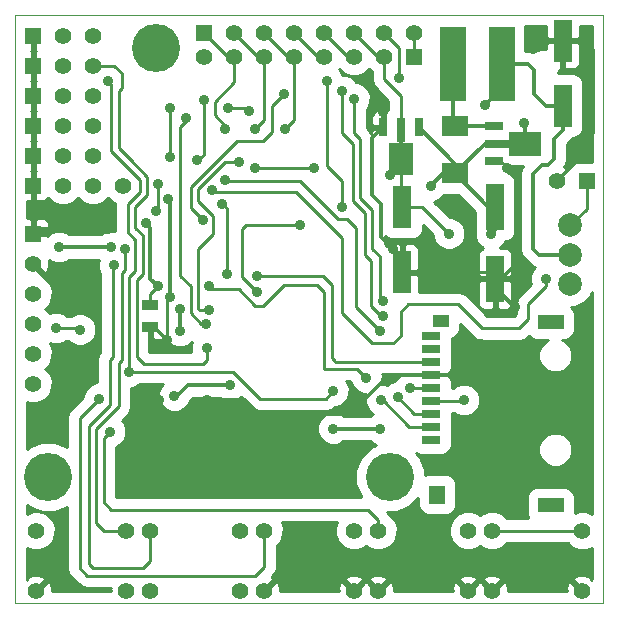
<source format=gbl>
G04 (created by PCBNEW (2013-07-07 BZR 4022)-stable) date 11/09/2014 22:00:22*
%MOIN*%
G04 Gerber Fmt 3.4, Leading zero omitted, Abs format*
%FSLAX34Y34*%
G01*
G70*
G90*
G04 APERTURE LIST*
%ADD10C,0.000787402*%
%ADD11C,0.00393701*%
%ADD12R,0.055X0.055*%
%ADD13C,0.055*%
%ADD14R,0.063X0.0276*%
%ADD15R,0.0827X0.0276*%
%ADD16R,0.1083X0.0787*%
%ADD17R,0.0276X0.063*%
%ADD18R,0.0276X0.0827*%
%ADD19R,0.0787X0.1083*%
%ADD20R,0.0629921X0.0275591*%
%ADD21R,0.0866142X0.0472441*%
%ADD22R,0.0551181X0.0433071*%
%ADD23R,0.0551181X0.0629921*%
%ADD24C,0.0787*%
%ADD25R,0.0866X0.0709*%
%ADD26R,0.063X0.1575*%
%ADD27R,0.063X0.1417*%
%ADD28R,0.0866X0.248*%
%ADD29R,0.055X0.035*%
%ADD30C,0.16*%
%ADD31C,0.035*%
%ADD32C,0.0125984*%
%ADD33C,0.01*%
G04 APERTURE END LIST*
G54D10*
G54D11*
X20000Y-36200D02*
X20000Y-16600D01*
X39600Y-36200D02*
X20000Y-36200D01*
X39600Y-16600D02*
X39600Y-36200D01*
X20000Y-16600D02*
X39600Y-16600D01*
G54D12*
X26300Y-17200D03*
G54D13*
X27300Y-17200D03*
X28300Y-17200D03*
X29300Y-17200D03*
X30300Y-17200D03*
X31300Y-17200D03*
X32300Y-17200D03*
X33300Y-17200D03*
X23700Y-33800D03*
X23700Y-35800D03*
X20700Y-33800D03*
X20700Y-35800D03*
X27500Y-33800D03*
X27500Y-35800D03*
X24500Y-33800D03*
X24500Y-35800D03*
X31300Y-33800D03*
X31300Y-35800D03*
X28300Y-33800D03*
X28300Y-35800D03*
X35100Y-33800D03*
X35100Y-35800D03*
X32100Y-33800D03*
X32100Y-35800D03*
X38900Y-33800D03*
X38900Y-35800D03*
X35900Y-33800D03*
X35900Y-35800D03*
G54D14*
X35952Y-21491D03*
G54D15*
X36050Y-20900D03*
G54D14*
X35952Y-20309D03*
G54D16*
X36995Y-20900D03*
G54D12*
X33300Y-18000D03*
G54D13*
X32300Y-18000D03*
X31300Y-18000D03*
X30300Y-18000D03*
X29300Y-18000D03*
X28300Y-18000D03*
X27300Y-18000D03*
X26300Y-18000D03*
G54D12*
X20600Y-23900D03*
G54D13*
X20600Y-24900D03*
X20600Y-25900D03*
X20600Y-26900D03*
X20600Y-27900D03*
X20600Y-28900D03*
G54D12*
X20600Y-18300D03*
G54D13*
X21600Y-18300D03*
X22600Y-18300D03*
G54D12*
X20600Y-21300D03*
G54D13*
X21600Y-21300D03*
X22600Y-21300D03*
G54D12*
X20600Y-20300D03*
G54D13*
X21600Y-20300D03*
X22600Y-20300D03*
G54D12*
X20600Y-19300D03*
G54D13*
X21600Y-19300D03*
X22600Y-19300D03*
G54D12*
X20600Y-17300D03*
G54D13*
X21600Y-17300D03*
X22600Y-17300D03*
G54D17*
X32259Y-20352D03*
G54D18*
X32850Y-20450D03*
G54D17*
X33441Y-20352D03*
G54D19*
X32850Y-21395D03*
G54D20*
X33866Y-29900D03*
X33866Y-30333D03*
X33866Y-30766D03*
X33866Y-29466D03*
X33866Y-29033D03*
X33866Y-28600D03*
X33866Y-28167D03*
X33866Y-27734D03*
X33866Y-27301D03*
G54D21*
X37842Y-26848D03*
X37842Y-32951D03*
G54D22*
X34181Y-26809D03*
G54D23*
X34062Y-32596D03*
G54D12*
X20600Y-22300D03*
G54D13*
X21600Y-22300D03*
X22600Y-22300D03*
X23600Y-22300D03*
G54D24*
X38500Y-25584D03*
X38500Y-24600D03*
X38500Y-23616D03*
G54D25*
X34650Y-20310D03*
X34650Y-21890D03*
G54D12*
X39050Y-22150D03*
G54D13*
X38050Y-22150D03*
G54D26*
X36000Y-22999D03*
X36000Y-25401D03*
G54D27*
X32900Y-23017D03*
X32900Y-25183D03*
X38250Y-19633D03*
X38250Y-17467D03*
G54D28*
X36207Y-18250D03*
X34593Y-18250D03*
G54D29*
X24500Y-26275D03*
X24500Y-27025D03*
G54D30*
X21100Y-32000D03*
X24700Y-17700D03*
X32500Y-32000D03*
G54D31*
X32500Y-21950D03*
X29950Y-21700D03*
X28000Y-21700D03*
X34950Y-29450D03*
X34450Y-23900D03*
X32150Y-30400D03*
X30600Y-30400D03*
X25300Y-29300D03*
X27150Y-28950D03*
X36950Y-20200D03*
X25500Y-27150D03*
X25500Y-26400D03*
X24350Y-23550D03*
X23200Y-24350D03*
X21450Y-24350D03*
X24750Y-25650D03*
X35850Y-23900D03*
X33850Y-22300D03*
X21350Y-27050D03*
X22150Y-27100D03*
X28000Y-20400D03*
X22800Y-29400D03*
X23100Y-18800D03*
X30600Y-29150D03*
X23800Y-28500D03*
X23150Y-30500D03*
X26400Y-27700D03*
X26350Y-26900D03*
X25700Y-20050D03*
X26050Y-21450D03*
X26300Y-19450D03*
X27000Y-22100D03*
X32200Y-29450D03*
X32150Y-27150D03*
X29000Y-20400D03*
X26450Y-26450D03*
X27450Y-21500D03*
X27000Y-20400D03*
X23650Y-24400D03*
X23300Y-24950D03*
X25150Y-19700D03*
X25150Y-21350D03*
X37700Y-25400D03*
X26550Y-22450D03*
X24750Y-22250D03*
X24700Y-23150D03*
X28050Y-25300D03*
X27050Y-25250D03*
X26900Y-22900D03*
X29500Y-23600D03*
X28050Y-25850D03*
X30900Y-23000D03*
X30400Y-18800D03*
X30900Y-19150D03*
X32250Y-26650D03*
X32750Y-29350D03*
X31700Y-28700D03*
X26450Y-25650D03*
X26250Y-23450D03*
X28950Y-19250D03*
X32250Y-26150D03*
X31300Y-19400D03*
X33150Y-29050D03*
X25150Y-26000D03*
X25100Y-22750D03*
X38950Y-18200D03*
X36400Y-21700D03*
X24800Y-29450D03*
X32600Y-24400D03*
X23100Y-23750D03*
X26400Y-29450D03*
X25050Y-27450D03*
X32250Y-19850D03*
X36600Y-28050D03*
X36650Y-26350D03*
X35650Y-19600D03*
X27800Y-19800D03*
X27100Y-19700D03*
X32800Y-18700D03*
G54D32*
X32850Y-20450D02*
X32850Y-21395D01*
G54D33*
X32850Y-21600D02*
X32850Y-21395D01*
X32500Y-21950D02*
X32850Y-21600D01*
X28000Y-21700D02*
X29950Y-21700D01*
X32900Y-23017D02*
X33567Y-23017D01*
X34933Y-29466D02*
X33866Y-29466D01*
X34950Y-29450D02*
X34933Y-29466D01*
X33567Y-23017D02*
X34450Y-23900D01*
X32850Y-21395D02*
X32850Y-22967D01*
X32850Y-22967D02*
X32900Y-23017D01*
X32850Y-20450D02*
X32850Y-19300D01*
X32300Y-18750D02*
X32300Y-18000D01*
X32850Y-19300D02*
X32300Y-18750D01*
X32300Y-18000D02*
X32100Y-18000D01*
X32100Y-18000D02*
X31300Y-17200D01*
G54D32*
X36050Y-20900D02*
X36995Y-20900D01*
X30600Y-30400D02*
X32150Y-30400D01*
X25400Y-29300D02*
X25300Y-29300D01*
X25750Y-28950D02*
X25400Y-29300D01*
X27150Y-28950D02*
X25750Y-28950D01*
G54D33*
X24500Y-26275D02*
X24500Y-25900D01*
X24500Y-25900D02*
X24750Y-25650D01*
G54D32*
X36995Y-20245D02*
X36995Y-20900D01*
X36950Y-20200D02*
X36995Y-20245D01*
X25500Y-26400D02*
X25500Y-27150D01*
X24750Y-25650D02*
X24500Y-25400D01*
X24500Y-25400D02*
X24500Y-23700D01*
X24500Y-23700D02*
X24350Y-23550D01*
X23200Y-24350D02*
X21450Y-24350D01*
G54D33*
X36000Y-23750D02*
X36000Y-22999D01*
X35850Y-23900D02*
X36000Y-23750D01*
G54D32*
X33850Y-22300D02*
X34260Y-21890D01*
X34260Y-21890D02*
X34650Y-21890D01*
X36000Y-22999D02*
X35759Y-22999D01*
X35759Y-22999D02*
X34650Y-21890D01*
X34650Y-21890D02*
X34650Y-21561D01*
X34650Y-21561D02*
X33441Y-20352D01*
X36050Y-20900D02*
X35640Y-20900D01*
X35640Y-20900D02*
X34650Y-21890D01*
G54D33*
X22100Y-27050D02*
X21350Y-27050D01*
X22150Y-27100D02*
X22100Y-27050D01*
X28300Y-18000D02*
X28300Y-20100D01*
X28300Y-20100D02*
X28000Y-20400D01*
X28300Y-18000D02*
X28100Y-18000D01*
X28100Y-18000D02*
X27300Y-17200D01*
X22150Y-35050D02*
X22400Y-35300D01*
X22150Y-30050D02*
X22150Y-35050D01*
X22800Y-29400D02*
X22150Y-30050D01*
X28300Y-33800D02*
X28300Y-35000D01*
X28300Y-35000D02*
X28000Y-35300D01*
X28000Y-35300D02*
X22400Y-35300D01*
X27525Y-28775D02*
X27250Y-28500D01*
X27525Y-28775D02*
X28150Y-29400D01*
X30350Y-29400D02*
X30600Y-29150D01*
X28150Y-29400D02*
X30350Y-29400D01*
X24000Y-24150D02*
X24000Y-24100D01*
X24000Y-24100D02*
X23750Y-23850D01*
X23750Y-22900D02*
X24150Y-22500D01*
X23750Y-23850D02*
X23750Y-22900D01*
X23450Y-21400D02*
X23200Y-21150D01*
X23200Y-18900D02*
X23100Y-18800D01*
X23200Y-21150D02*
X23200Y-18900D01*
X23800Y-28500D02*
X27250Y-28500D01*
X23800Y-25350D02*
X23800Y-28500D01*
X24000Y-25150D02*
X23800Y-25350D01*
X24000Y-24150D02*
X24000Y-25150D01*
X24150Y-22100D02*
X24150Y-22500D01*
X23450Y-21400D02*
X24150Y-22100D01*
X23150Y-30500D02*
X22950Y-30700D01*
X23200Y-33100D02*
X22950Y-32850D01*
X22950Y-30700D02*
X22950Y-32850D01*
X32100Y-33450D02*
X32100Y-33800D01*
X31750Y-33100D02*
X32100Y-33450D01*
X23200Y-33100D02*
X31750Y-33100D01*
X24250Y-24200D02*
X24250Y-23950D01*
X24000Y-23000D02*
X24400Y-22600D01*
X24000Y-23700D02*
X24000Y-23000D01*
X24250Y-23950D02*
X24000Y-23700D01*
X26250Y-28250D02*
X26200Y-28250D01*
X26400Y-28100D02*
X26250Y-28250D01*
X26400Y-27700D02*
X26400Y-28100D01*
X23850Y-21450D02*
X23450Y-21050D01*
X26200Y-28250D02*
X24300Y-28250D01*
X24300Y-28250D02*
X24050Y-28000D01*
X24050Y-28000D02*
X24050Y-25450D01*
X24050Y-25450D02*
X24250Y-25250D01*
X24250Y-25250D02*
X24250Y-24200D01*
X24400Y-22600D02*
X24400Y-22000D01*
X24400Y-22000D02*
X23850Y-21450D01*
X22600Y-18300D02*
X23100Y-18300D01*
X23450Y-21050D02*
X23450Y-19150D01*
X23450Y-19150D02*
X23550Y-19050D01*
X23550Y-19050D02*
X23550Y-18550D01*
X23550Y-18550D02*
X23300Y-18300D01*
X23300Y-18300D02*
X23100Y-18300D01*
X26350Y-26900D02*
X26200Y-26900D01*
X26200Y-26900D02*
X25850Y-26550D01*
X25700Y-20050D02*
X25700Y-20150D01*
X25500Y-25300D02*
X25850Y-25650D01*
X25500Y-23050D02*
X25500Y-25300D01*
X25500Y-22450D02*
X25500Y-23050D01*
X25500Y-20350D02*
X25500Y-22450D01*
X25700Y-20150D02*
X25500Y-20350D01*
X25850Y-26550D02*
X25850Y-25650D01*
X31050Y-23400D02*
X30750Y-23400D01*
X29499Y-22149D02*
X28998Y-22149D01*
X30750Y-23400D02*
X29499Y-22149D01*
X26050Y-21450D02*
X26075Y-21475D01*
X26300Y-21250D02*
X26300Y-19450D01*
X26075Y-21475D02*
X26300Y-21250D01*
X27049Y-22149D02*
X27000Y-22100D01*
X28998Y-22149D02*
X27049Y-22149D01*
X32150Y-27150D02*
X31750Y-26750D01*
X31750Y-26750D02*
X31350Y-26350D01*
X33866Y-30333D02*
X33133Y-30333D01*
X32250Y-29450D02*
X32200Y-29450D01*
X33133Y-30333D02*
X32250Y-29450D01*
X31350Y-23700D02*
X31050Y-23400D01*
X31350Y-26350D02*
X31350Y-23700D01*
X35900Y-33800D02*
X38900Y-33800D01*
X29300Y-18000D02*
X29300Y-20100D01*
X29300Y-20100D02*
X29000Y-20400D01*
X29300Y-18000D02*
X29100Y-18000D01*
X29100Y-18000D02*
X28300Y-17200D01*
X26600Y-23450D02*
X26600Y-23300D01*
X27000Y-21500D02*
X27450Y-21500D01*
X26100Y-22400D02*
X27000Y-21500D01*
X26100Y-22800D02*
X26100Y-22400D01*
X26600Y-23300D02*
X26100Y-22800D01*
X26600Y-23700D02*
X26600Y-23900D01*
X26600Y-23900D02*
X26100Y-24400D01*
X26600Y-23700D02*
X26600Y-23450D01*
X26600Y-23700D02*
X26600Y-23750D01*
X26450Y-26450D02*
X26150Y-26450D01*
X26100Y-26400D02*
X26100Y-24400D01*
X26150Y-26450D02*
X26100Y-26400D01*
X26600Y-23750D02*
X26600Y-23450D01*
X27300Y-18000D02*
X27300Y-18850D01*
X27300Y-18850D02*
X26650Y-19500D01*
X27000Y-20400D02*
X27000Y-20300D01*
X27000Y-20300D02*
X26650Y-19950D01*
X26650Y-19950D02*
X26650Y-19500D01*
X27300Y-18000D02*
X27100Y-18000D01*
X27100Y-18000D02*
X26300Y-17200D01*
X23450Y-28650D02*
X23450Y-29650D01*
X23450Y-29650D02*
X22700Y-30400D01*
X23450Y-28650D02*
X23450Y-28200D01*
X22700Y-33550D02*
X22950Y-33800D01*
X22700Y-30400D02*
X22700Y-33550D01*
X23550Y-25650D02*
X23550Y-25200D01*
X23450Y-28200D02*
X23550Y-28100D01*
X23550Y-28100D02*
X23550Y-25650D01*
X23700Y-33800D02*
X22950Y-33800D01*
X23550Y-25200D02*
X23650Y-25100D01*
X23650Y-25100D02*
X23650Y-24400D01*
X23250Y-28000D02*
X23150Y-28100D01*
X22450Y-34900D02*
X22600Y-35050D01*
X22450Y-30300D02*
X22450Y-34900D01*
X23150Y-29600D02*
X22450Y-30300D01*
X23150Y-28100D02*
X23150Y-29600D01*
X23250Y-25500D02*
X23250Y-25000D01*
X24500Y-34800D02*
X24250Y-35050D01*
X24500Y-33800D02*
X24500Y-34800D01*
X24250Y-35050D02*
X22600Y-35050D01*
X23250Y-28000D02*
X23250Y-25500D01*
X23250Y-25000D02*
X23300Y-24950D01*
X25150Y-21350D02*
X25150Y-19900D01*
X25150Y-19900D02*
X25150Y-19700D01*
X39050Y-22150D02*
X39050Y-23066D01*
X39050Y-23066D02*
X38500Y-23616D01*
X37700Y-25650D02*
X37700Y-25400D01*
X37100Y-26250D02*
X37700Y-25650D01*
X37100Y-26750D02*
X37100Y-26250D01*
X36800Y-27050D02*
X37100Y-26750D01*
X35550Y-27050D02*
X36800Y-27050D01*
X34750Y-26250D02*
X35550Y-27050D01*
X33100Y-26250D02*
X34750Y-26250D01*
X32850Y-26500D02*
X33100Y-26250D01*
X32850Y-27300D02*
X32850Y-26500D01*
X32600Y-27550D02*
X32850Y-27300D01*
X31900Y-27550D02*
X32600Y-27550D01*
X30900Y-26550D02*
X31900Y-27550D01*
X30900Y-24050D02*
X30900Y-26550D01*
X29350Y-22500D02*
X30900Y-24050D01*
X26600Y-22500D02*
X29350Y-22500D01*
X26550Y-22450D02*
X26600Y-22500D01*
X24750Y-23100D02*
X24750Y-22250D01*
X24700Y-23150D02*
X24750Y-23100D01*
X30650Y-28167D02*
X30650Y-28150D01*
X30250Y-25300D02*
X28050Y-25300D01*
X30550Y-25600D02*
X30250Y-25300D01*
X30550Y-28050D02*
X30550Y-25600D01*
X30650Y-28150D02*
X30550Y-28050D01*
X27050Y-23050D02*
X27050Y-25250D01*
X26900Y-22900D02*
X27050Y-23050D01*
X30650Y-28167D02*
X33866Y-28167D01*
X27700Y-23600D02*
X29500Y-23600D01*
X27550Y-23750D02*
X27700Y-23600D01*
X27550Y-25350D02*
X27550Y-23750D01*
X28050Y-25850D02*
X27550Y-25350D01*
X30400Y-21650D02*
X30400Y-21200D01*
X30900Y-22150D02*
X30400Y-21650D01*
X30900Y-23000D02*
X30900Y-22150D01*
X30400Y-21200D02*
X30400Y-18800D01*
X31850Y-24800D02*
X31650Y-24600D01*
X31250Y-22800D02*
X31250Y-20900D01*
X31650Y-23200D02*
X31250Y-22800D01*
X31650Y-24600D02*
X31650Y-23200D01*
X32250Y-26650D02*
X32200Y-26650D01*
X32200Y-26650D02*
X31850Y-26300D01*
X33866Y-29900D02*
X33300Y-29900D01*
X30900Y-20550D02*
X30900Y-19150D01*
X31250Y-20900D02*
X30900Y-20550D01*
X31850Y-26300D02*
X31850Y-24800D01*
X33300Y-29900D02*
X32750Y-29350D01*
X30300Y-18000D02*
X30100Y-18000D01*
X30100Y-18000D02*
X29300Y-17200D01*
X28000Y-26300D02*
X28250Y-26300D01*
X30300Y-28400D02*
X30400Y-28400D01*
X30300Y-25850D02*
X30300Y-28400D01*
X30050Y-25600D02*
X30300Y-25850D01*
X28950Y-25600D02*
X30050Y-25600D01*
X28250Y-26300D02*
X28950Y-25600D01*
X31700Y-28700D02*
X31400Y-28400D01*
X31400Y-28400D02*
X30400Y-28400D01*
X26550Y-25750D02*
X26450Y-25650D01*
X27450Y-25750D02*
X26550Y-25750D01*
X28000Y-26300D02*
X27450Y-25750D01*
X26250Y-23450D02*
X25850Y-23050D01*
X25850Y-22350D02*
X26250Y-21950D01*
X25850Y-23050D02*
X25850Y-22350D01*
X26250Y-21950D02*
X26350Y-21850D01*
X27400Y-20800D02*
X26350Y-21850D01*
X28250Y-20800D02*
X27400Y-20800D01*
X28550Y-20500D02*
X28250Y-20800D01*
X28550Y-19650D02*
X28550Y-20500D01*
X28950Y-19250D02*
X28550Y-19650D01*
X32150Y-24750D02*
X32150Y-24650D01*
X31500Y-22700D02*
X31500Y-20750D01*
X31900Y-23100D02*
X31500Y-22700D01*
X31900Y-24400D02*
X31900Y-23100D01*
X32150Y-24650D02*
X31900Y-24400D01*
X32150Y-25900D02*
X32150Y-26050D01*
X32150Y-26050D02*
X32250Y-26150D01*
X31300Y-19400D02*
X31300Y-20550D01*
X31300Y-20550D02*
X31500Y-20750D01*
X33166Y-29033D02*
X33866Y-29033D01*
X33150Y-29050D02*
X33166Y-29033D01*
X32150Y-24750D02*
X32150Y-25900D01*
X31300Y-18000D02*
X31100Y-18000D01*
X31100Y-18000D02*
X30300Y-17200D01*
G54D32*
X32259Y-20352D02*
X32248Y-20352D01*
X32200Y-24000D02*
X32600Y-24400D01*
X32200Y-22900D02*
X32200Y-24000D01*
X31900Y-22600D02*
X32200Y-22900D01*
X31900Y-20700D02*
X31900Y-22600D01*
X32248Y-20352D02*
X31900Y-20700D01*
X25150Y-26000D02*
X25150Y-22800D01*
X25150Y-22800D02*
X25100Y-22750D01*
G54D33*
X25050Y-27450D02*
X25050Y-26100D01*
X25050Y-26100D02*
X25150Y-26000D01*
X24500Y-27025D02*
X24625Y-27025D01*
X24625Y-27025D02*
X25050Y-27450D01*
G54D32*
X38950Y-18200D02*
X39000Y-18150D01*
X39000Y-18150D02*
X39250Y-18150D01*
X38700Y-21100D02*
X38700Y-21500D01*
X39250Y-20550D02*
X39250Y-18150D01*
X38700Y-21100D02*
X39250Y-20550D01*
X38700Y-21500D02*
X38050Y-22150D01*
G54D33*
X38250Y-17467D02*
X38967Y-17467D01*
X39250Y-17750D02*
X38967Y-17467D01*
X39250Y-18150D02*
X39250Y-17750D01*
G54D32*
X26400Y-29450D02*
X27650Y-29450D01*
X27650Y-29450D02*
X28100Y-29900D01*
X28100Y-29900D02*
X31150Y-29900D01*
X31150Y-29900D02*
X32449Y-28600D01*
X32449Y-28600D02*
X33866Y-28600D01*
X24800Y-29450D02*
X24800Y-29750D01*
X24800Y-29750D02*
X25000Y-29950D01*
X25000Y-29950D02*
X25900Y-29950D01*
X25900Y-29950D02*
X26400Y-29450D01*
X32900Y-24700D02*
X32900Y-25183D01*
X32600Y-24400D02*
X32900Y-24700D01*
X20750Y-23750D02*
X20600Y-23900D01*
X23100Y-23750D02*
X20750Y-23750D01*
X36400Y-21700D02*
X36700Y-22000D01*
X36199Y-25401D02*
X36000Y-25401D01*
X36700Y-24900D02*
X36199Y-25401D01*
X36700Y-22000D02*
X36700Y-24900D01*
G54D33*
X36191Y-21491D02*
X35952Y-21491D01*
X36400Y-21700D02*
X36191Y-21491D01*
X32259Y-19859D02*
X32259Y-20352D01*
X32250Y-19850D02*
X32259Y-19859D01*
G54D32*
X33866Y-28600D02*
X36049Y-28600D01*
X36049Y-28600D02*
X36600Y-28050D01*
X36000Y-25700D02*
X36000Y-25401D01*
X36650Y-26350D02*
X36000Y-25700D01*
G54D33*
X33300Y-18000D02*
X33300Y-17200D01*
X32900Y-25183D02*
X35782Y-25183D01*
X35782Y-25183D02*
X36000Y-25401D01*
G54D32*
X36207Y-19043D02*
X36207Y-18250D01*
X35650Y-19600D02*
X36207Y-19043D01*
X37950Y-21350D02*
X37950Y-21400D01*
X38250Y-20450D02*
X37950Y-20750D01*
X38250Y-19633D02*
X38250Y-20450D01*
X37250Y-24400D02*
X37450Y-24600D01*
X37250Y-22350D02*
X37250Y-24400D01*
X37850Y-24600D02*
X38500Y-24600D01*
X37450Y-24600D02*
X37850Y-24600D01*
X37950Y-20750D02*
X37950Y-21350D01*
X37950Y-21400D02*
X37750Y-21600D01*
X37750Y-21600D02*
X37550Y-21600D01*
X37550Y-21600D02*
X37250Y-21900D01*
X37250Y-21900D02*
X37250Y-22350D01*
X38250Y-19633D02*
X37683Y-19633D01*
X37100Y-18250D02*
X36207Y-18250D01*
X37300Y-18450D02*
X37100Y-18250D01*
X37300Y-19250D02*
X37300Y-18450D01*
X37683Y-19633D02*
X37300Y-19250D01*
G54D33*
X32300Y-17200D02*
X32800Y-17700D01*
X27800Y-19800D02*
X27700Y-19700D01*
X27700Y-19700D02*
X27100Y-19700D01*
X32800Y-17700D02*
X32800Y-18700D01*
G54D32*
X34650Y-20310D02*
X35951Y-20310D01*
X35951Y-20310D02*
X35952Y-20309D01*
X34593Y-18250D02*
X34593Y-20253D01*
X34593Y-20253D02*
X34650Y-20310D01*
G54D10*
G36*
X22835Y-27838D02*
X22766Y-27941D01*
X22735Y-28100D01*
X22735Y-28100D01*
X22735Y-28859D01*
X22693Y-28859D01*
X22494Y-28941D01*
X22342Y-29093D01*
X22260Y-29292D01*
X22260Y-29353D01*
X21856Y-29756D01*
X21766Y-29891D01*
X21735Y-30050D01*
X21735Y-30050D01*
X21735Y-31002D01*
X21332Y-30835D01*
X20869Y-30834D01*
X20440Y-31011D01*
X20384Y-31068D01*
X20384Y-29503D01*
X20472Y-29539D01*
X20726Y-29540D01*
X20962Y-29442D01*
X21142Y-29262D01*
X21239Y-29027D01*
X21240Y-28773D01*
X21142Y-28537D01*
X21005Y-28399D01*
X21142Y-28262D01*
X21239Y-28027D01*
X21240Y-27773D01*
X21148Y-27550D01*
X21242Y-27589D01*
X21456Y-27590D01*
X21655Y-27508D01*
X21698Y-27464D01*
X21751Y-27464D01*
X21843Y-27557D01*
X22042Y-27639D01*
X22256Y-27640D01*
X22455Y-27558D01*
X22607Y-27406D01*
X22689Y-27207D01*
X22690Y-26993D01*
X22608Y-26794D01*
X22456Y-26642D01*
X22257Y-26560D01*
X22043Y-26559D01*
X21861Y-26635D01*
X21698Y-26635D01*
X21656Y-26592D01*
X21457Y-26510D01*
X21243Y-26509D01*
X21147Y-26549D01*
X21142Y-26537D01*
X21005Y-26399D01*
X21142Y-26262D01*
X21239Y-26027D01*
X21240Y-25773D01*
X21142Y-25537D01*
X20962Y-25357D01*
X20882Y-25324D01*
X20897Y-25267D01*
X20600Y-24970D01*
X20594Y-24976D01*
X20523Y-24905D01*
X20529Y-24900D01*
X20523Y-24894D01*
X20594Y-24823D01*
X20600Y-24829D01*
X20605Y-24823D01*
X20676Y-24894D01*
X20670Y-24900D01*
X20967Y-25197D01*
X21060Y-25172D01*
X21129Y-24975D01*
X21119Y-24783D01*
X21143Y-24807D01*
X21342Y-24889D01*
X21556Y-24890D01*
X21755Y-24808D01*
X21785Y-24777D01*
X22786Y-24777D01*
X22760Y-24842D01*
X22759Y-25056D01*
X22835Y-25238D01*
X22835Y-25500D01*
X22835Y-27838D01*
X22835Y-27838D01*
G37*
G54D33*
X22835Y-27838D02*
X22766Y-27941D01*
X22735Y-28100D01*
X22735Y-28100D01*
X22735Y-28859D01*
X22693Y-28859D01*
X22494Y-28941D01*
X22342Y-29093D01*
X22260Y-29292D01*
X22260Y-29353D01*
X21856Y-29756D01*
X21766Y-29891D01*
X21735Y-30050D01*
X21735Y-30050D01*
X21735Y-31002D01*
X21332Y-30835D01*
X20869Y-30834D01*
X20440Y-31011D01*
X20384Y-31068D01*
X20384Y-29503D01*
X20472Y-29539D01*
X20726Y-29540D01*
X20962Y-29442D01*
X21142Y-29262D01*
X21239Y-29027D01*
X21240Y-28773D01*
X21142Y-28537D01*
X21005Y-28399D01*
X21142Y-28262D01*
X21239Y-28027D01*
X21240Y-27773D01*
X21148Y-27550D01*
X21242Y-27589D01*
X21456Y-27590D01*
X21655Y-27508D01*
X21698Y-27464D01*
X21751Y-27464D01*
X21843Y-27557D01*
X22042Y-27639D01*
X22256Y-27640D01*
X22455Y-27558D01*
X22607Y-27406D01*
X22689Y-27207D01*
X22690Y-26993D01*
X22608Y-26794D01*
X22456Y-26642D01*
X22257Y-26560D01*
X22043Y-26559D01*
X21861Y-26635D01*
X21698Y-26635D01*
X21656Y-26592D01*
X21457Y-26510D01*
X21243Y-26509D01*
X21147Y-26549D01*
X21142Y-26537D01*
X21005Y-26399D01*
X21142Y-26262D01*
X21239Y-26027D01*
X21240Y-25773D01*
X21142Y-25537D01*
X20962Y-25357D01*
X20882Y-25324D01*
X20897Y-25267D01*
X20600Y-24970D01*
X20594Y-24976D01*
X20523Y-24905D01*
X20529Y-24900D01*
X20523Y-24894D01*
X20594Y-24823D01*
X20600Y-24829D01*
X20605Y-24823D01*
X20676Y-24894D01*
X20670Y-24900D01*
X20967Y-25197D01*
X21060Y-25172D01*
X21129Y-24975D01*
X21119Y-24783D01*
X21143Y-24807D01*
X21342Y-24889D01*
X21556Y-24890D01*
X21755Y-24808D01*
X21785Y-24777D01*
X22786Y-24777D01*
X22760Y-24842D01*
X22759Y-25056D01*
X22835Y-25238D01*
X22835Y-25500D01*
X22835Y-27838D01*
G54D10*
G36*
X23175Y-35815D02*
X21226Y-35815D01*
X21218Y-35667D01*
X21160Y-35527D01*
X21067Y-35502D01*
X20997Y-35573D01*
X20770Y-35800D01*
X20776Y-35805D01*
X20766Y-35815D01*
X20633Y-35815D01*
X20623Y-35805D01*
X20629Y-35800D01*
X20623Y-35794D01*
X20694Y-35723D01*
X20700Y-35729D01*
X20997Y-35432D01*
X20972Y-35339D01*
X20775Y-35270D01*
X20567Y-35281D01*
X20427Y-35339D01*
X20402Y-35432D01*
X20384Y-35413D01*
X20384Y-34361D01*
X20572Y-34439D01*
X20826Y-34440D01*
X21062Y-34342D01*
X21242Y-34162D01*
X21339Y-33927D01*
X21340Y-33673D01*
X21242Y-33437D01*
X21062Y-33257D01*
X20827Y-33160D01*
X20573Y-33159D01*
X20384Y-33237D01*
X20384Y-32932D01*
X20439Y-32987D01*
X20867Y-33164D01*
X21330Y-33165D01*
X21735Y-32998D01*
X21735Y-35049D01*
X21735Y-35050D01*
X21766Y-35208D01*
X21856Y-35343D01*
X22106Y-35593D01*
X22106Y-35593D01*
X22241Y-35683D01*
X22241Y-35683D01*
X22400Y-35714D01*
X23173Y-35714D01*
X23170Y-35724D01*
X23175Y-35815D01*
X23175Y-35815D01*
G37*
G54D33*
X23175Y-35815D02*
X21226Y-35815D01*
X21218Y-35667D01*
X21160Y-35527D01*
X21067Y-35502D01*
X20997Y-35573D01*
X20770Y-35800D01*
X20776Y-35805D01*
X20766Y-35815D01*
X20633Y-35815D01*
X20623Y-35805D01*
X20629Y-35800D01*
X20623Y-35794D01*
X20694Y-35723D01*
X20700Y-35729D01*
X20997Y-35432D01*
X20972Y-35339D01*
X20775Y-35270D01*
X20567Y-35281D01*
X20427Y-35339D01*
X20402Y-35432D01*
X20384Y-35413D01*
X20384Y-34361D01*
X20572Y-34439D01*
X20826Y-34440D01*
X21062Y-34342D01*
X21242Y-34162D01*
X21339Y-33927D01*
X21340Y-33673D01*
X21242Y-33437D01*
X21062Y-33257D01*
X20827Y-33160D01*
X20573Y-33159D01*
X20384Y-33237D01*
X20384Y-32932D01*
X20439Y-32987D01*
X20867Y-33164D01*
X21330Y-33165D01*
X21735Y-32998D01*
X21735Y-35049D01*
X21735Y-35050D01*
X21766Y-35208D01*
X21856Y-35343D01*
X22106Y-35593D01*
X22106Y-35593D01*
X22241Y-35683D01*
X22241Y-35683D01*
X22400Y-35714D01*
X23173Y-35714D01*
X23170Y-35724D01*
X23175Y-35815D01*
G54D10*
G36*
X23338Y-22884D02*
X23335Y-22900D01*
X23335Y-22900D01*
X23335Y-23821D01*
X23307Y-23810D01*
X23093Y-23809D01*
X22894Y-23891D01*
X22864Y-23922D01*
X21785Y-23922D01*
X21756Y-23892D01*
X21557Y-23810D01*
X21343Y-23809D01*
X21144Y-23891D01*
X21125Y-23911D01*
X21125Y-23575D01*
X21087Y-23483D01*
X21016Y-23413D01*
X20924Y-23375D01*
X20825Y-23374D01*
X20712Y-23375D01*
X20650Y-23437D01*
X20650Y-23850D01*
X21062Y-23850D01*
X21125Y-23787D01*
X21125Y-23575D01*
X21125Y-23911D01*
X21074Y-23961D01*
X21062Y-23950D01*
X20650Y-23950D01*
X20650Y-23957D01*
X20550Y-23957D01*
X20550Y-23950D01*
X20542Y-23950D01*
X20542Y-23850D01*
X20550Y-23850D01*
X20550Y-23437D01*
X20487Y-23375D01*
X20384Y-23374D01*
X20384Y-22825D01*
X20487Y-22825D01*
X20550Y-22762D01*
X20550Y-22350D01*
X20542Y-22350D01*
X20542Y-22250D01*
X20550Y-22250D01*
X20550Y-21837D01*
X20512Y-21800D01*
X20550Y-21762D01*
X20550Y-21350D01*
X20542Y-21350D01*
X20542Y-21250D01*
X20550Y-21250D01*
X20550Y-20837D01*
X20512Y-20800D01*
X20550Y-20762D01*
X20550Y-20350D01*
X20542Y-20350D01*
X20542Y-20250D01*
X20550Y-20250D01*
X20550Y-19837D01*
X20512Y-19800D01*
X20550Y-19762D01*
X20550Y-19350D01*
X20542Y-19350D01*
X20542Y-19250D01*
X20550Y-19250D01*
X20550Y-18837D01*
X20512Y-18800D01*
X20550Y-18762D01*
X20550Y-18350D01*
X20542Y-18350D01*
X20542Y-18250D01*
X20550Y-18250D01*
X20550Y-17837D01*
X20512Y-17800D01*
X20550Y-17762D01*
X20550Y-17350D01*
X20542Y-17350D01*
X20542Y-17250D01*
X20550Y-17250D01*
X20550Y-17242D01*
X20650Y-17242D01*
X20650Y-17250D01*
X20657Y-17250D01*
X20657Y-17350D01*
X20650Y-17350D01*
X20650Y-17762D01*
X20687Y-17800D01*
X20650Y-17837D01*
X20650Y-18250D01*
X20657Y-18250D01*
X20657Y-18350D01*
X20650Y-18350D01*
X20650Y-18762D01*
X20687Y-18800D01*
X20650Y-18837D01*
X20650Y-19250D01*
X20657Y-19250D01*
X20657Y-19350D01*
X20650Y-19350D01*
X20650Y-19762D01*
X20687Y-19800D01*
X20650Y-19837D01*
X20650Y-20250D01*
X20657Y-20250D01*
X20657Y-20350D01*
X20650Y-20350D01*
X20650Y-20762D01*
X20687Y-20800D01*
X20650Y-20837D01*
X20650Y-21250D01*
X20657Y-21250D01*
X20657Y-21350D01*
X20650Y-21350D01*
X20650Y-21762D01*
X20687Y-21800D01*
X20650Y-21837D01*
X20650Y-22250D01*
X20657Y-22250D01*
X20657Y-22350D01*
X20650Y-22350D01*
X20650Y-22762D01*
X20712Y-22825D01*
X20924Y-22825D01*
X21016Y-22787D01*
X21086Y-22716D01*
X21094Y-22699D01*
X21237Y-22842D01*
X21472Y-22939D01*
X21726Y-22940D01*
X21962Y-22842D01*
X22100Y-22705D01*
X22237Y-22842D01*
X22472Y-22939D01*
X22726Y-22940D01*
X22962Y-22842D01*
X23100Y-22705D01*
X23237Y-22842D01*
X23338Y-22884D01*
X23338Y-22884D01*
G37*
G54D33*
X23338Y-22884D02*
X23335Y-22900D01*
X23335Y-22900D01*
X23335Y-23821D01*
X23307Y-23810D01*
X23093Y-23809D01*
X22894Y-23891D01*
X22864Y-23922D01*
X21785Y-23922D01*
X21756Y-23892D01*
X21557Y-23810D01*
X21343Y-23809D01*
X21144Y-23891D01*
X21125Y-23911D01*
X21125Y-23575D01*
X21087Y-23483D01*
X21016Y-23413D01*
X20924Y-23375D01*
X20825Y-23374D01*
X20712Y-23375D01*
X20650Y-23437D01*
X20650Y-23850D01*
X21062Y-23850D01*
X21125Y-23787D01*
X21125Y-23575D01*
X21125Y-23911D01*
X21074Y-23961D01*
X21062Y-23950D01*
X20650Y-23950D01*
X20650Y-23957D01*
X20550Y-23957D01*
X20550Y-23950D01*
X20542Y-23950D01*
X20542Y-23850D01*
X20550Y-23850D01*
X20550Y-23437D01*
X20487Y-23375D01*
X20384Y-23374D01*
X20384Y-22825D01*
X20487Y-22825D01*
X20550Y-22762D01*
X20550Y-22350D01*
X20542Y-22350D01*
X20542Y-22250D01*
X20550Y-22250D01*
X20550Y-21837D01*
X20512Y-21800D01*
X20550Y-21762D01*
X20550Y-21350D01*
X20542Y-21350D01*
X20542Y-21250D01*
X20550Y-21250D01*
X20550Y-20837D01*
X20512Y-20800D01*
X20550Y-20762D01*
X20550Y-20350D01*
X20542Y-20350D01*
X20542Y-20250D01*
X20550Y-20250D01*
X20550Y-19837D01*
X20512Y-19800D01*
X20550Y-19762D01*
X20550Y-19350D01*
X20542Y-19350D01*
X20542Y-19250D01*
X20550Y-19250D01*
X20550Y-18837D01*
X20512Y-18800D01*
X20550Y-18762D01*
X20550Y-18350D01*
X20542Y-18350D01*
X20542Y-18250D01*
X20550Y-18250D01*
X20550Y-17837D01*
X20512Y-17800D01*
X20550Y-17762D01*
X20550Y-17350D01*
X20542Y-17350D01*
X20542Y-17250D01*
X20550Y-17250D01*
X20550Y-17242D01*
X20650Y-17242D01*
X20650Y-17250D01*
X20657Y-17250D01*
X20657Y-17350D01*
X20650Y-17350D01*
X20650Y-17762D01*
X20687Y-17800D01*
X20650Y-17837D01*
X20650Y-18250D01*
X20657Y-18250D01*
X20657Y-18350D01*
X20650Y-18350D01*
X20650Y-18762D01*
X20687Y-18800D01*
X20650Y-18837D01*
X20650Y-19250D01*
X20657Y-19250D01*
X20657Y-19350D01*
X20650Y-19350D01*
X20650Y-19762D01*
X20687Y-19800D01*
X20650Y-19837D01*
X20650Y-20250D01*
X20657Y-20250D01*
X20657Y-20350D01*
X20650Y-20350D01*
X20650Y-20762D01*
X20687Y-20800D01*
X20650Y-20837D01*
X20650Y-21250D01*
X20657Y-21250D01*
X20657Y-21350D01*
X20650Y-21350D01*
X20650Y-21762D01*
X20687Y-21800D01*
X20650Y-21837D01*
X20650Y-22250D01*
X20657Y-22250D01*
X20657Y-22350D01*
X20650Y-22350D01*
X20650Y-22762D01*
X20712Y-22825D01*
X20924Y-22825D01*
X21016Y-22787D01*
X21086Y-22716D01*
X21094Y-22699D01*
X21237Y-22842D01*
X21472Y-22939D01*
X21726Y-22940D01*
X21962Y-22842D01*
X22100Y-22705D01*
X22237Y-22842D01*
X22472Y-22939D01*
X22726Y-22940D01*
X22962Y-22842D01*
X23100Y-22705D01*
X23237Y-22842D01*
X23338Y-22884D01*
G54D10*
G36*
X23776Y-35805D02*
X23766Y-35815D01*
X23633Y-35815D01*
X23623Y-35805D01*
X23629Y-35800D01*
X23623Y-35794D01*
X23694Y-35723D01*
X23700Y-35729D01*
X23705Y-35723D01*
X23776Y-35794D01*
X23770Y-35800D01*
X23776Y-35805D01*
X23776Y-35805D01*
G37*
G54D33*
X23776Y-35805D02*
X23766Y-35815D01*
X23633Y-35815D01*
X23623Y-35805D01*
X23629Y-35800D01*
X23623Y-35794D01*
X23694Y-35723D01*
X23700Y-35729D01*
X23705Y-35723D01*
X23776Y-35794D01*
X23770Y-35800D01*
X23776Y-35805D01*
G54D10*
G36*
X24576Y-35805D02*
X24566Y-35815D01*
X24433Y-35815D01*
X24423Y-35805D01*
X24429Y-35800D01*
X24423Y-35794D01*
X24494Y-35723D01*
X24500Y-35729D01*
X24505Y-35723D01*
X24576Y-35794D01*
X24570Y-35800D01*
X24576Y-35805D01*
X24576Y-35805D01*
G37*
G54D33*
X24576Y-35805D02*
X24566Y-35815D01*
X24433Y-35815D01*
X24423Y-35805D01*
X24429Y-35800D01*
X24423Y-35794D01*
X24494Y-35723D01*
X24500Y-35729D01*
X24505Y-35723D01*
X24576Y-35794D01*
X24570Y-35800D01*
X24576Y-35805D01*
G54D10*
G36*
X25887Y-27526D02*
X25860Y-27592D01*
X25859Y-27806D01*
X25871Y-27835D01*
X24471Y-27835D01*
X24464Y-27828D01*
X24464Y-26967D01*
X24550Y-26967D01*
X24550Y-26975D01*
X24557Y-26975D01*
X24557Y-27075D01*
X24550Y-27075D01*
X24550Y-27387D01*
X24612Y-27450D01*
X24725Y-27450D01*
X24824Y-27449D01*
X24916Y-27411D01*
X24987Y-27341D01*
X24990Y-27331D01*
X25041Y-27455D01*
X25193Y-27607D01*
X25392Y-27689D01*
X25606Y-27690D01*
X25805Y-27608D01*
X25887Y-27526D01*
X25887Y-27526D01*
G37*
G54D33*
X25887Y-27526D02*
X25860Y-27592D01*
X25859Y-27806D01*
X25871Y-27835D01*
X24471Y-27835D01*
X24464Y-27828D01*
X24464Y-26967D01*
X24550Y-26967D01*
X24550Y-26975D01*
X24557Y-26975D01*
X24557Y-27075D01*
X24550Y-27075D01*
X24550Y-27387D01*
X24612Y-27450D01*
X24725Y-27450D01*
X24824Y-27449D01*
X24916Y-27411D01*
X24987Y-27341D01*
X24990Y-27331D01*
X25041Y-27455D01*
X25193Y-27607D01*
X25392Y-27689D01*
X25606Y-27690D01*
X25805Y-27608D01*
X25887Y-27526D01*
G54D10*
G36*
X27576Y-35805D02*
X27566Y-35815D01*
X27433Y-35815D01*
X27423Y-35805D01*
X27429Y-35800D01*
X27423Y-35794D01*
X27494Y-35723D01*
X27500Y-35729D01*
X27505Y-35723D01*
X27576Y-35794D01*
X27570Y-35800D01*
X27576Y-35805D01*
X27576Y-35805D01*
G37*
G54D33*
X27576Y-35805D02*
X27566Y-35815D01*
X27433Y-35815D01*
X27423Y-35805D01*
X27429Y-35800D01*
X27423Y-35794D01*
X27494Y-35723D01*
X27500Y-35729D01*
X27505Y-35723D01*
X27576Y-35794D01*
X27570Y-35800D01*
X27576Y-35805D01*
G54D10*
G36*
X32028Y-30934D02*
X31840Y-31011D01*
X31512Y-31339D01*
X31335Y-31767D01*
X31334Y-32230D01*
X31511Y-32659D01*
X31537Y-32685D01*
X23371Y-32685D01*
X23364Y-32678D01*
X23364Y-30995D01*
X23455Y-30958D01*
X23607Y-30806D01*
X23689Y-30607D01*
X23690Y-30393D01*
X23608Y-30194D01*
X23550Y-30136D01*
X23743Y-29943D01*
X23743Y-29943D01*
X23743Y-29943D01*
X23833Y-29808D01*
X23833Y-29808D01*
X23858Y-29681D01*
X23864Y-29650D01*
X23864Y-29650D01*
X23864Y-29650D01*
X23864Y-29040D01*
X23906Y-29040D01*
X24105Y-28958D01*
X24148Y-28914D01*
X24921Y-28914D01*
X24842Y-28993D01*
X24760Y-29192D01*
X24759Y-29406D01*
X24841Y-29605D01*
X24993Y-29757D01*
X25192Y-29839D01*
X25406Y-29840D01*
X25605Y-29758D01*
X25757Y-29606D01*
X25799Y-29506D01*
X25927Y-29377D01*
X26814Y-29377D01*
X26843Y-29407D01*
X27042Y-29489D01*
X27256Y-29490D01*
X27455Y-29408D01*
X27513Y-29350D01*
X27856Y-29693D01*
X27991Y-29783D01*
X27991Y-29783D01*
X28150Y-29814D01*
X28150Y-29814D01*
X28150Y-29814D01*
X30349Y-29814D01*
X30350Y-29814D01*
X30350Y-29814D01*
X30508Y-29783D01*
X30508Y-29783D01*
X30643Y-29693D01*
X30646Y-29690D01*
X30706Y-29690D01*
X30905Y-29608D01*
X31057Y-29456D01*
X31139Y-29257D01*
X31140Y-29043D01*
X31058Y-28844D01*
X31028Y-28814D01*
X31163Y-28814D01*
X31241Y-29005D01*
X31393Y-29157D01*
X31592Y-29239D01*
X31702Y-29239D01*
X31660Y-29342D01*
X31659Y-29556D01*
X31741Y-29755D01*
X31893Y-29907D01*
X31910Y-29914D01*
X31844Y-29941D01*
X31814Y-29972D01*
X30935Y-29972D01*
X30906Y-29942D01*
X30707Y-29860D01*
X30493Y-29859D01*
X30294Y-29941D01*
X30142Y-30093D01*
X30060Y-30292D01*
X30059Y-30506D01*
X30141Y-30705D01*
X30293Y-30857D01*
X30492Y-30939D01*
X30706Y-30940D01*
X30905Y-30858D01*
X30935Y-30827D01*
X31814Y-30827D01*
X31843Y-30857D01*
X32028Y-30934D01*
X32028Y-30934D01*
G37*
G54D33*
X32028Y-30934D02*
X31840Y-31011D01*
X31512Y-31339D01*
X31335Y-31767D01*
X31334Y-32230D01*
X31511Y-32659D01*
X31537Y-32685D01*
X23371Y-32685D01*
X23364Y-32678D01*
X23364Y-30995D01*
X23455Y-30958D01*
X23607Y-30806D01*
X23689Y-30607D01*
X23690Y-30393D01*
X23608Y-30194D01*
X23550Y-30136D01*
X23743Y-29943D01*
X23743Y-29943D01*
X23743Y-29943D01*
X23833Y-29808D01*
X23833Y-29808D01*
X23858Y-29681D01*
X23864Y-29650D01*
X23864Y-29650D01*
X23864Y-29650D01*
X23864Y-29040D01*
X23906Y-29040D01*
X24105Y-28958D01*
X24148Y-28914D01*
X24921Y-28914D01*
X24842Y-28993D01*
X24760Y-29192D01*
X24759Y-29406D01*
X24841Y-29605D01*
X24993Y-29757D01*
X25192Y-29839D01*
X25406Y-29840D01*
X25605Y-29758D01*
X25757Y-29606D01*
X25799Y-29506D01*
X25927Y-29377D01*
X26814Y-29377D01*
X26843Y-29407D01*
X27042Y-29489D01*
X27256Y-29490D01*
X27455Y-29408D01*
X27513Y-29350D01*
X27856Y-29693D01*
X27991Y-29783D01*
X27991Y-29783D01*
X28150Y-29814D01*
X28150Y-29814D01*
X28150Y-29814D01*
X30349Y-29814D01*
X30350Y-29814D01*
X30350Y-29814D01*
X30508Y-29783D01*
X30508Y-29783D01*
X30643Y-29693D01*
X30646Y-29690D01*
X30706Y-29690D01*
X30905Y-29608D01*
X31057Y-29456D01*
X31139Y-29257D01*
X31140Y-29043D01*
X31058Y-28844D01*
X31028Y-28814D01*
X31163Y-28814D01*
X31241Y-29005D01*
X31393Y-29157D01*
X31592Y-29239D01*
X31702Y-29239D01*
X31660Y-29342D01*
X31659Y-29556D01*
X31741Y-29755D01*
X31893Y-29907D01*
X31910Y-29914D01*
X31844Y-29941D01*
X31814Y-29972D01*
X30935Y-29972D01*
X30906Y-29942D01*
X30707Y-29860D01*
X30493Y-29859D01*
X30294Y-29941D01*
X30142Y-30093D01*
X30060Y-30292D01*
X30059Y-30506D01*
X30141Y-30705D01*
X30293Y-30857D01*
X30492Y-30939D01*
X30706Y-30940D01*
X30905Y-30858D01*
X30935Y-30827D01*
X31814Y-30827D01*
X31843Y-30857D01*
X32028Y-30934D01*
G54D10*
G36*
X32435Y-19786D02*
X32371Y-19787D01*
X32309Y-19849D01*
X32309Y-20302D01*
X32316Y-20302D01*
X32316Y-20402D01*
X32309Y-20402D01*
X32309Y-20409D01*
X32209Y-20409D01*
X32209Y-20402D01*
X32209Y-20302D01*
X32209Y-19849D01*
X32146Y-19787D01*
X32071Y-19786D01*
X31979Y-19824D01*
X31909Y-19895D01*
X31871Y-19987D01*
X31870Y-20086D01*
X31871Y-20239D01*
X31933Y-20302D01*
X32209Y-20302D01*
X32209Y-20402D01*
X31933Y-20402D01*
X31871Y-20464D01*
X31870Y-20572D01*
X31793Y-20456D01*
X31793Y-20456D01*
X31714Y-20378D01*
X31714Y-19748D01*
X31757Y-19706D01*
X31839Y-19507D01*
X31840Y-19293D01*
X31758Y-19094D01*
X31606Y-18942D01*
X31407Y-18860D01*
X31364Y-18860D01*
X31358Y-18844D01*
X31206Y-18692D01*
X31007Y-18610D01*
X30905Y-18610D01*
X30858Y-18494D01*
X30784Y-18420D01*
X30800Y-18405D01*
X30937Y-18542D01*
X31172Y-18639D01*
X31426Y-18640D01*
X31662Y-18542D01*
X31800Y-18405D01*
X31885Y-18490D01*
X31885Y-18749D01*
X31885Y-18750D01*
X31916Y-18908D01*
X32006Y-19043D01*
X32435Y-19471D01*
X32435Y-19786D01*
X32435Y-19786D01*
G37*
G54D33*
X32435Y-19786D02*
X32371Y-19787D01*
X32309Y-19849D01*
X32309Y-20302D01*
X32316Y-20302D01*
X32316Y-20402D01*
X32309Y-20402D01*
X32309Y-20409D01*
X32209Y-20409D01*
X32209Y-20402D01*
X32209Y-20302D01*
X32209Y-19849D01*
X32146Y-19787D01*
X32071Y-19786D01*
X31979Y-19824D01*
X31909Y-19895D01*
X31871Y-19987D01*
X31870Y-20086D01*
X31871Y-20239D01*
X31933Y-20302D01*
X32209Y-20302D01*
X32209Y-20402D01*
X31933Y-20402D01*
X31871Y-20464D01*
X31870Y-20572D01*
X31793Y-20456D01*
X31793Y-20456D01*
X31714Y-20378D01*
X31714Y-19748D01*
X31757Y-19706D01*
X31839Y-19507D01*
X31840Y-19293D01*
X31758Y-19094D01*
X31606Y-18942D01*
X31407Y-18860D01*
X31364Y-18860D01*
X31358Y-18844D01*
X31206Y-18692D01*
X31007Y-18610D01*
X30905Y-18610D01*
X30858Y-18494D01*
X30784Y-18420D01*
X30800Y-18405D01*
X30937Y-18542D01*
X31172Y-18639D01*
X31426Y-18640D01*
X31662Y-18542D01*
X31800Y-18405D01*
X31885Y-18490D01*
X31885Y-18749D01*
X31885Y-18750D01*
X31916Y-18908D01*
X32006Y-19043D01*
X32435Y-19471D01*
X32435Y-19786D01*
G54D10*
G36*
X32867Y-28582D02*
X32844Y-28591D01*
X32692Y-28743D01*
X32665Y-28809D01*
X32643Y-28809D01*
X32444Y-28891D01*
X32391Y-28944D01*
X32307Y-28910D01*
X32197Y-28910D01*
X32239Y-28807D01*
X32240Y-28593D01*
X32235Y-28582D01*
X32867Y-28582D01*
X32867Y-28582D01*
G37*
G54D33*
X32867Y-28582D02*
X32844Y-28591D01*
X32692Y-28743D01*
X32665Y-28809D01*
X32643Y-28809D01*
X32444Y-28891D01*
X32391Y-28944D01*
X32307Y-28910D01*
X32197Y-28910D01*
X32239Y-28807D01*
X32240Y-28593D01*
X32235Y-28582D01*
X32867Y-28582D01*
G54D10*
G36*
X33357Y-18050D02*
X33350Y-18050D01*
X33350Y-18057D01*
X33250Y-18057D01*
X33250Y-18050D01*
X33242Y-18050D01*
X33242Y-17950D01*
X33250Y-17950D01*
X33250Y-17942D01*
X33350Y-17942D01*
X33350Y-17950D01*
X33357Y-17950D01*
X33357Y-18050D01*
X33357Y-18050D01*
G37*
G54D33*
X33357Y-18050D02*
X33350Y-18050D01*
X33350Y-18057D01*
X33250Y-18057D01*
X33250Y-18050D01*
X33242Y-18050D01*
X33242Y-17950D01*
X33250Y-17950D01*
X33250Y-17942D01*
X33350Y-17942D01*
X33350Y-17950D01*
X33357Y-17950D01*
X33357Y-18050D01*
G54D10*
G36*
X33376Y-17205D02*
X33305Y-17276D01*
X33300Y-17270D01*
X33294Y-17276D01*
X33223Y-17205D01*
X33229Y-17200D01*
X33223Y-17194D01*
X33294Y-17123D01*
X33300Y-17129D01*
X33305Y-17123D01*
X33376Y-17194D01*
X33370Y-17200D01*
X33376Y-17205D01*
X33376Y-17205D01*
G37*
G54D33*
X33376Y-17205D02*
X33305Y-17276D01*
X33300Y-17270D01*
X33294Y-17276D01*
X33223Y-17205D01*
X33229Y-17200D01*
X33223Y-17194D01*
X33294Y-17123D01*
X33300Y-17129D01*
X33305Y-17123D01*
X33376Y-17194D01*
X33370Y-17200D01*
X33376Y-17205D01*
G54D10*
G36*
X36009Y-21541D02*
X36002Y-21541D01*
X36002Y-21548D01*
X35902Y-21548D01*
X35902Y-21541D01*
X35894Y-21541D01*
X35894Y-21441D01*
X35902Y-21441D01*
X35902Y-21433D01*
X36002Y-21433D01*
X36002Y-21441D01*
X36009Y-21441D01*
X36009Y-21541D01*
X36009Y-21541D01*
G37*
G54D33*
X36009Y-21541D02*
X36002Y-21541D01*
X36002Y-21548D01*
X35902Y-21548D01*
X35902Y-21541D01*
X35894Y-21541D01*
X35894Y-21441D01*
X35902Y-21441D01*
X35902Y-21433D01*
X36002Y-21433D01*
X36002Y-21441D01*
X36009Y-21441D01*
X36009Y-21541D01*
G54D10*
G36*
X37331Y-25004D02*
X37242Y-25093D01*
X37160Y-25292D01*
X37159Y-25506D01*
X37188Y-25575D01*
X36806Y-25956D01*
X36716Y-26091D01*
X36685Y-26250D01*
X36685Y-26250D01*
X36685Y-26578D01*
X36628Y-26635D01*
X36565Y-26635D01*
X36565Y-26238D01*
X36565Y-25513D01*
X36502Y-25451D01*
X36050Y-25451D01*
X36050Y-26376D01*
X36112Y-26438D01*
X36265Y-26438D01*
X36364Y-26438D01*
X36456Y-26400D01*
X36527Y-26329D01*
X36565Y-26238D01*
X36565Y-26635D01*
X35950Y-26635D01*
X35950Y-26376D01*
X35950Y-25451D01*
X35497Y-25451D01*
X35435Y-25513D01*
X35434Y-26238D01*
X35472Y-26329D01*
X35543Y-26400D01*
X35635Y-26438D01*
X35734Y-26438D01*
X35887Y-26438D01*
X35950Y-26376D01*
X35950Y-26635D01*
X35721Y-26635D01*
X35043Y-25956D01*
X34908Y-25866D01*
X34750Y-25835D01*
X34749Y-25835D01*
X33465Y-25835D01*
X33465Y-24424D01*
X33427Y-24333D01*
X33356Y-24262D01*
X33264Y-24224D01*
X33165Y-24224D01*
X33012Y-24224D01*
X32950Y-24287D01*
X32950Y-25133D01*
X33402Y-25133D01*
X33465Y-25070D01*
X33465Y-24424D01*
X33465Y-25835D01*
X33465Y-25835D01*
X33465Y-25295D01*
X33402Y-25233D01*
X32950Y-25233D01*
X32950Y-25240D01*
X32850Y-25240D01*
X32850Y-25233D01*
X32842Y-25233D01*
X32842Y-25133D01*
X32850Y-25133D01*
X32850Y-24287D01*
X32787Y-24224D01*
X32634Y-24224D01*
X32535Y-24224D01*
X32443Y-24262D01*
X32396Y-24309D01*
X32314Y-24228D01*
X32314Y-23971D01*
X32377Y-24034D01*
X32512Y-24090D01*
X32657Y-24090D01*
X33287Y-24090D01*
X33421Y-24035D01*
X33524Y-23932D01*
X33579Y-23798D01*
X33580Y-23653D01*
X33580Y-23616D01*
X33909Y-23946D01*
X33909Y-24006D01*
X33991Y-24205D01*
X34143Y-24357D01*
X34342Y-24439D01*
X34556Y-24440D01*
X34755Y-24358D01*
X34907Y-24206D01*
X34989Y-24007D01*
X34990Y-23793D01*
X34908Y-23594D01*
X34756Y-23442D01*
X34557Y-23360D01*
X34496Y-23360D01*
X33971Y-22834D01*
X34155Y-22758D01*
X34304Y-22609D01*
X34764Y-22609D01*
X35319Y-23165D01*
X35319Y-23768D01*
X35310Y-23792D01*
X35309Y-24006D01*
X35391Y-24205D01*
X35543Y-24357D01*
X35596Y-24379D01*
X35543Y-24401D01*
X35472Y-24472D01*
X35434Y-24563D01*
X35435Y-25288D01*
X35497Y-25351D01*
X35950Y-25351D01*
X35950Y-25343D01*
X36050Y-25343D01*
X36050Y-25351D01*
X36502Y-25351D01*
X36565Y-25288D01*
X36565Y-24563D01*
X36527Y-24472D01*
X36456Y-24401D01*
X36364Y-24363D01*
X36265Y-24363D01*
X36142Y-24363D01*
X36155Y-24358D01*
X36307Y-24206D01*
X36330Y-24151D01*
X36387Y-24151D01*
X36521Y-24096D01*
X36624Y-23993D01*
X36679Y-23859D01*
X36680Y-23714D01*
X36680Y-22139D01*
X36624Y-22005D01*
X36522Y-21902D01*
X36391Y-21848D01*
X36408Y-21840D01*
X36479Y-21770D01*
X36517Y-21678D01*
X36517Y-21658D01*
X36525Y-21658D01*
X36906Y-21658D01*
X36854Y-21736D01*
X36822Y-21900D01*
X36822Y-22350D01*
X36822Y-24400D01*
X36854Y-24563D01*
X36947Y-24702D01*
X37147Y-24902D01*
X37286Y-24995D01*
X37331Y-25004D01*
X37331Y-25004D01*
G37*
G54D33*
X37331Y-25004D02*
X37242Y-25093D01*
X37160Y-25292D01*
X37159Y-25506D01*
X37188Y-25575D01*
X36806Y-25956D01*
X36716Y-26091D01*
X36685Y-26250D01*
X36685Y-26250D01*
X36685Y-26578D01*
X36628Y-26635D01*
X36565Y-26635D01*
X36565Y-26238D01*
X36565Y-25513D01*
X36502Y-25451D01*
X36050Y-25451D01*
X36050Y-26376D01*
X36112Y-26438D01*
X36265Y-26438D01*
X36364Y-26438D01*
X36456Y-26400D01*
X36527Y-26329D01*
X36565Y-26238D01*
X36565Y-26635D01*
X35950Y-26635D01*
X35950Y-26376D01*
X35950Y-25451D01*
X35497Y-25451D01*
X35435Y-25513D01*
X35434Y-26238D01*
X35472Y-26329D01*
X35543Y-26400D01*
X35635Y-26438D01*
X35734Y-26438D01*
X35887Y-26438D01*
X35950Y-26376D01*
X35950Y-26635D01*
X35721Y-26635D01*
X35043Y-25956D01*
X34908Y-25866D01*
X34750Y-25835D01*
X34749Y-25835D01*
X33465Y-25835D01*
X33465Y-24424D01*
X33427Y-24333D01*
X33356Y-24262D01*
X33264Y-24224D01*
X33165Y-24224D01*
X33012Y-24224D01*
X32950Y-24287D01*
X32950Y-25133D01*
X33402Y-25133D01*
X33465Y-25070D01*
X33465Y-24424D01*
X33465Y-25835D01*
X33465Y-25835D01*
X33465Y-25295D01*
X33402Y-25233D01*
X32950Y-25233D01*
X32950Y-25240D01*
X32850Y-25240D01*
X32850Y-25233D01*
X32842Y-25233D01*
X32842Y-25133D01*
X32850Y-25133D01*
X32850Y-24287D01*
X32787Y-24224D01*
X32634Y-24224D01*
X32535Y-24224D01*
X32443Y-24262D01*
X32396Y-24309D01*
X32314Y-24228D01*
X32314Y-23971D01*
X32377Y-24034D01*
X32512Y-24090D01*
X32657Y-24090D01*
X33287Y-24090D01*
X33421Y-24035D01*
X33524Y-23932D01*
X33579Y-23798D01*
X33580Y-23653D01*
X33580Y-23616D01*
X33909Y-23946D01*
X33909Y-24006D01*
X33991Y-24205D01*
X34143Y-24357D01*
X34342Y-24439D01*
X34556Y-24440D01*
X34755Y-24358D01*
X34907Y-24206D01*
X34989Y-24007D01*
X34990Y-23793D01*
X34908Y-23594D01*
X34756Y-23442D01*
X34557Y-23360D01*
X34496Y-23360D01*
X33971Y-22834D01*
X34155Y-22758D01*
X34304Y-22609D01*
X34764Y-22609D01*
X35319Y-23165D01*
X35319Y-23768D01*
X35310Y-23792D01*
X35309Y-24006D01*
X35391Y-24205D01*
X35543Y-24357D01*
X35596Y-24379D01*
X35543Y-24401D01*
X35472Y-24472D01*
X35434Y-24563D01*
X35435Y-25288D01*
X35497Y-25351D01*
X35950Y-25351D01*
X35950Y-25343D01*
X36050Y-25343D01*
X36050Y-25351D01*
X36502Y-25351D01*
X36565Y-25288D01*
X36565Y-24563D01*
X36527Y-24472D01*
X36456Y-24401D01*
X36364Y-24363D01*
X36265Y-24363D01*
X36142Y-24363D01*
X36155Y-24358D01*
X36307Y-24206D01*
X36330Y-24151D01*
X36387Y-24151D01*
X36521Y-24096D01*
X36624Y-23993D01*
X36679Y-23859D01*
X36680Y-23714D01*
X36680Y-22139D01*
X36624Y-22005D01*
X36522Y-21902D01*
X36391Y-21848D01*
X36408Y-21840D01*
X36479Y-21770D01*
X36517Y-21678D01*
X36517Y-21658D01*
X36525Y-21658D01*
X36906Y-21658D01*
X36854Y-21736D01*
X36822Y-21900D01*
X36822Y-22350D01*
X36822Y-24400D01*
X36854Y-24563D01*
X36947Y-24702D01*
X37147Y-24902D01*
X37286Y-24995D01*
X37331Y-25004D01*
G54D10*
G36*
X38126Y-22155D02*
X38055Y-22226D01*
X38050Y-22220D01*
X38044Y-22226D01*
X37973Y-22155D01*
X37979Y-22150D01*
X37973Y-22144D01*
X38044Y-22073D01*
X38050Y-22079D01*
X38055Y-22073D01*
X38126Y-22144D01*
X38120Y-22150D01*
X38126Y-22155D01*
X38126Y-22155D01*
G37*
G54D33*
X38126Y-22155D02*
X38055Y-22226D01*
X38050Y-22220D01*
X38044Y-22226D01*
X37973Y-22155D01*
X37979Y-22150D01*
X37973Y-22144D01*
X38044Y-22073D01*
X38050Y-22079D01*
X38055Y-22073D01*
X38126Y-22144D01*
X38120Y-22150D01*
X38126Y-22155D01*
G54D10*
G36*
X39215Y-21509D02*
X38702Y-21509D01*
X38568Y-21565D01*
X38465Y-21667D01*
X38424Y-21768D01*
X38392Y-21736D01*
X38347Y-21782D01*
X38322Y-21689D01*
X38273Y-21671D01*
X38345Y-21563D01*
X38377Y-21400D01*
X38377Y-21350D01*
X38377Y-20927D01*
X38552Y-20752D01*
X38552Y-20752D01*
X38583Y-20706D01*
X38637Y-20706D01*
X38771Y-20651D01*
X38874Y-20548D01*
X38929Y-20414D01*
X38930Y-20269D01*
X38930Y-18852D01*
X38874Y-18718D01*
X38815Y-18658D01*
X38815Y-18225D01*
X38815Y-17579D01*
X38752Y-17517D01*
X38300Y-17517D01*
X38300Y-18363D01*
X38362Y-18425D01*
X38515Y-18425D01*
X38614Y-18425D01*
X38706Y-18387D01*
X38777Y-18316D01*
X38815Y-18225D01*
X38815Y-18658D01*
X38772Y-18615D01*
X38637Y-18559D01*
X38492Y-18559D01*
X38087Y-18559D01*
X38147Y-18415D01*
X38200Y-18363D01*
X38200Y-17517D01*
X37747Y-17517D01*
X37685Y-17579D01*
X37684Y-17742D01*
X37507Y-17741D01*
X37308Y-17824D01*
X37272Y-17860D01*
X37263Y-17854D01*
X37100Y-17822D01*
X37005Y-17822D01*
X37005Y-16984D01*
X37684Y-16984D01*
X37685Y-17354D01*
X37747Y-17417D01*
X38200Y-17417D01*
X38200Y-17409D01*
X38300Y-17409D01*
X38300Y-17417D01*
X38752Y-17417D01*
X38815Y-17354D01*
X38815Y-16984D01*
X39215Y-16984D01*
X39215Y-21509D01*
X39215Y-21509D01*
G37*
G54D33*
X39215Y-21509D02*
X38702Y-21509D01*
X38568Y-21565D01*
X38465Y-21667D01*
X38424Y-21768D01*
X38392Y-21736D01*
X38347Y-21782D01*
X38322Y-21689D01*
X38273Y-21671D01*
X38345Y-21563D01*
X38377Y-21400D01*
X38377Y-21350D01*
X38377Y-20927D01*
X38552Y-20752D01*
X38552Y-20752D01*
X38583Y-20706D01*
X38637Y-20706D01*
X38771Y-20651D01*
X38874Y-20548D01*
X38929Y-20414D01*
X38930Y-20269D01*
X38930Y-18852D01*
X38874Y-18718D01*
X38815Y-18658D01*
X38815Y-18225D01*
X38815Y-17579D01*
X38752Y-17517D01*
X38300Y-17517D01*
X38300Y-18363D01*
X38362Y-18425D01*
X38515Y-18425D01*
X38614Y-18425D01*
X38706Y-18387D01*
X38777Y-18316D01*
X38815Y-18225D01*
X38815Y-18658D01*
X38772Y-18615D01*
X38637Y-18559D01*
X38492Y-18559D01*
X38087Y-18559D01*
X38147Y-18415D01*
X38200Y-18363D01*
X38200Y-17517D01*
X37747Y-17517D01*
X37685Y-17579D01*
X37684Y-17742D01*
X37507Y-17741D01*
X37308Y-17824D01*
X37272Y-17860D01*
X37263Y-17854D01*
X37100Y-17822D01*
X37005Y-17822D01*
X37005Y-16984D01*
X37684Y-16984D01*
X37685Y-17354D01*
X37747Y-17417D01*
X38200Y-17417D01*
X38200Y-17409D01*
X38300Y-17409D01*
X38300Y-17417D01*
X38752Y-17417D01*
X38815Y-17354D01*
X38815Y-16984D01*
X39215Y-16984D01*
X39215Y-21509D01*
G54D10*
G36*
X39215Y-35413D02*
X39197Y-35432D01*
X39172Y-35339D01*
X38975Y-35270D01*
X38767Y-35281D01*
X38627Y-35339D01*
X38602Y-35432D01*
X38900Y-35729D01*
X38905Y-35723D01*
X38976Y-35794D01*
X38970Y-35800D01*
X38976Y-35805D01*
X38966Y-35815D01*
X38833Y-35815D01*
X38823Y-35805D01*
X38829Y-35800D01*
X38532Y-35502D01*
X38439Y-35527D01*
X38370Y-35724D01*
X38375Y-35815D01*
X36426Y-35815D01*
X36418Y-35667D01*
X36360Y-35527D01*
X36267Y-35502D01*
X36197Y-35573D01*
X36197Y-35432D01*
X36172Y-35339D01*
X35975Y-35270D01*
X35767Y-35281D01*
X35627Y-35339D01*
X35602Y-35432D01*
X35900Y-35729D01*
X36197Y-35432D01*
X36197Y-35573D01*
X35970Y-35800D01*
X35976Y-35805D01*
X35966Y-35815D01*
X35833Y-35815D01*
X35823Y-35805D01*
X35829Y-35800D01*
X35563Y-35534D01*
X35560Y-35527D01*
X35555Y-35525D01*
X35532Y-35502D01*
X35500Y-35511D01*
X35467Y-35502D01*
X35444Y-35525D01*
X35439Y-35527D01*
X35437Y-35533D01*
X35397Y-35573D01*
X35397Y-35432D01*
X35372Y-35339D01*
X35175Y-35270D01*
X34967Y-35281D01*
X34827Y-35339D01*
X34802Y-35432D01*
X35100Y-35729D01*
X35397Y-35432D01*
X35397Y-35573D01*
X35170Y-35800D01*
X35176Y-35805D01*
X35166Y-35815D01*
X35033Y-35815D01*
X35023Y-35805D01*
X35029Y-35800D01*
X34732Y-35502D01*
X34639Y-35527D01*
X34570Y-35724D01*
X34575Y-35815D01*
X32626Y-35815D01*
X32618Y-35667D01*
X32560Y-35527D01*
X32467Y-35502D01*
X32397Y-35573D01*
X32397Y-35432D01*
X32372Y-35339D01*
X32175Y-35270D01*
X31967Y-35281D01*
X31827Y-35339D01*
X31802Y-35432D01*
X32100Y-35729D01*
X32397Y-35432D01*
X32397Y-35573D01*
X32170Y-35800D01*
X32176Y-35805D01*
X32166Y-35815D01*
X32033Y-35815D01*
X32023Y-35805D01*
X32029Y-35800D01*
X31763Y-35534D01*
X31760Y-35527D01*
X31755Y-35525D01*
X31732Y-35502D01*
X31700Y-35511D01*
X31667Y-35502D01*
X31644Y-35525D01*
X31639Y-35527D01*
X31637Y-35533D01*
X31597Y-35573D01*
X31597Y-35432D01*
X31572Y-35339D01*
X31375Y-35270D01*
X31167Y-35281D01*
X31027Y-35339D01*
X31002Y-35432D01*
X31300Y-35729D01*
X31597Y-35432D01*
X31597Y-35573D01*
X31370Y-35800D01*
X31376Y-35805D01*
X31366Y-35815D01*
X31233Y-35815D01*
X31223Y-35805D01*
X31229Y-35800D01*
X30932Y-35502D01*
X30839Y-35527D01*
X30770Y-35724D01*
X30775Y-35815D01*
X28826Y-35815D01*
X28818Y-35667D01*
X28760Y-35527D01*
X28667Y-35502D01*
X28370Y-35800D01*
X28376Y-35805D01*
X28366Y-35815D01*
X28233Y-35815D01*
X28223Y-35805D01*
X28229Y-35800D01*
X28223Y-35794D01*
X28294Y-35723D01*
X28300Y-35729D01*
X28597Y-35432D01*
X28572Y-35339D01*
X28554Y-35332D01*
X28593Y-35293D01*
X28593Y-35293D01*
X28593Y-35293D01*
X28683Y-35158D01*
X28683Y-35158D01*
X28708Y-35031D01*
X28714Y-35000D01*
X28714Y-35000D01*
X28714Y-35000D01*
X28714Y-34290D01*
X28842Y-34162D01*
X28939Y-33927D01*
X28940Y-33673D01*
X28874Y-33514D01*
X30725Y-33514D01*
X30660Y-33672D01*
X30659Y-33926D01*
X30757Y-34162D01*
X30937Y-34342D01*
X31172Y-34439D01*
X31426Y-34440D01*
X31662Y-34342D01*
X31699Y-34305D01*
X31737Y-34342D01*
X31972Y-34439D01*
X32226Y-34440D01*
X32462Y-34342D01*
X32642Y-34162D01*
X32739Y-33927D01*
X32740Y-33673D01*
X32642Y-33437D01*
X32462Y-33257D01*
X32460Y-33256D01*
X32460Y-33256D01*
X32398Y-33164D01*
X32730Y-33165D01*
X33159Y-32988D01*
X33422Y-32725D01*
X33422Y-32984D01*
X33477Y-33118D01*
X33580Y-33221D01*
X33714Y-33276D01*
X33859Y-33276D01*
X34410Y-33276D01*
X34545Y-33221D01*
X34647Y-33118D01*
X34703Y-32984D01*
X34703Y-32839D01*
X34703Y-32209D01*
X34648Y-32075D01*
X34545Y-31972D01*
X34411Y-31916D01*
X34266Y-31916D01*
X33715Y-31916D01*
X33665Y-31937D01*
X33665Y-31769D01*
X33488Y-31340D01*
X33372Y-31224D01*
X33478Y-31268D01*
X33623Y-31268D01*
X34253Y-31268D01*
X34387Y-31213D01*
X34490Y-31110D01*
X34545Y-30976D01*
X34546Y-30831D01*
X34546Y-30556D01*
X34543Y-30549D01*
X34545Y-30543D01*
X34546Y-30398D01*
X34546Y-30122D01*
X34543Y-30116D01*
X34545Y-30110D01*
X34546Y-29965D01*
X34546Y-29881D01*
X34618Y-29881D01*
X34643Y-29907D01*
X34842Y-29989D01*
X35056Y-29990D01*
X35255Y-29908D01*
X35407Y-29756D01*
X35489Y-29557D01*
X35490Y-29343D01*
X35408Y-29144D01*
X35256Y-28992D01*
X35057Y-28910D01*
X34843Y-28909D01*
X34644Y-28991D01*
X34584Y-29051D01*
X34546Y-29051D01*
X34546Y-28823D01*
X34490Y-28689D01*
X34401Y-28600D01*
X34490Y-28512D01*
X34545Y-28378D01*
X34546Y-28233D01*
X34546Y-27957D01*
X34543Y-27951D01*
X34545Y-27945D01*
X34546Y-27800D01*
X34546Y-27524D01*
X34543Y-27518D01*
X34545Y-27512D01*
X34546Y-27383D01*
X34663Y-27335D01*
X34765Y-27232D01*
X34821Y-27098D01*
X34821Y-26953D01*
X34821Y-26908D01*
X35256Y-27343D01*
X35256Y-27343D01*
X35391Y-27433D01*
X35391Y-27433D01*
X35518Y-27458D01*
X35549Y-27464D01*
X35549Y-27464D01*
X35550Y-27464D01*
X36799Y-27464D01*
X36800Y-27464D01*
X36800Y-27464D01*
X36958Y-27433D01*
X36958Y-27433D01*
X37093Y-27343D01*
X37122Y-27314D01*
X37202Y-27394D01*
X37336Y-27449D01*
X37481Y-27450D01*
X37760Y-27450D01*
X37682Y-27482D01*
X37523Y-27640D01*
X37438Y-27846D01*
X37438Y-28070D01*
X37523Y-28276D01*
X37681Y-28435D01*
X37887Y-28520D01*
X38111Y-28520D01*
X38317Y-28435D01*
X38476Y-28277D01*
X38561Y-28071D01*
X38561Y-27847D01*
X38476Y-27641D01*
X38318Y-27483D01*
X38239Y-27450D01*
X38347Y-27450D01*
X38482Y-27394D01*
X38584Y-27292D01*
X38640Y-27157D01*
X38640Y-27012D01*
X38640Y-26540D01*
X38585Y-26406D01*
X38521Y-26342D01*
X38650Y-26342D01*
X38929Y-26227D01*
X39142Y-26014D01*
X39215Y-25839D01*
X39215Y-33238D01*
X39027Y-33160D01*
X38773Y-33159D01*
X38640Y-33214D01*
X38640Y-33115D01*
X38640Y-32642D01*
X38585Y-32508D01*
X38561Y-32485D01*
X38561Y-30989D01*
X38476Y-30782D01*
X38318Y-30624D01*
X38112Y-30539D01*
X37888Y-30538D01*
X37682Y-30624D01*
X37523Y-30782D01*
X37438Y-30988D01*
X37438Y-31212D01*
X37523Y-31418D01*
X37681Y-31576D01*
X37887Y-31662D01*
X38111Y-31662D01*
X38317Y-31577D01*
X38476Y-31419D01*
X38561Y-31213D01*
X38561Y-30989D01*
X38561Y-32485D01*
X38482Y-32405D01*
X38348Y-32350D01*
X38203Y-32349D01*
X37337Y-32349D01*
X37202Y-32405D01*
X37100Y-32507D01*
X37044Y-32642D01*
X37044Y-32787D01*
X37044Y-33259D01*
X37096Y-33385D01*
X36390Y-33385D01*
X36262Y-33257D01*
X36027Y-33160D01*
X35773Y-33159D01*
X35537Y-33257D01*
X35500Y-33294D01*
X35462Y-33257D01*
X35227Y-33160D01*
X34973Y-33159D01*
X34737Y-33257D01*
X34557Y-33437D01*
X34460Y-33672D01*
X34459Y-33926D01*
X34557Y-34162D01*
X34737Y-34342D01*
X34972Y-34439D01*
X35226Y-34440D01*
X35462Y-34342D01*
X35499Y-34305D01*
X35537Y-34342D01*
X35772Y-34439D01*
X36026Y-34440D01*
X36262Y-34342D01*
X36390Y-34214D01*
X38409Y-34214D01*
X38537Y-34342D01*
X38772Y-34439D01*
X39026Y-34440D01*
X39215Y-34362D01*
X39215Y-35413D01*
X39215Y-35413D01*
G37*
G54D33*
X39215Y-35413D02*
X39197Y-35432D01*
X39172Y-35339D01*
X38975Y-35270D01*
X38767Y-35281D01*
X38627Y-35339D01*
X38602Y-35432D01*
X38900Y-35729D01*
X38905Y-35723D01*
X38976Y-35794D01*
X38970Y-35800D01*
X38976Y-35805D01*
X38966Y-35815D01*
X38833Y-35815D01*
X38823Y-35805D01*
X38829Y-35800D01*
X38532Y-35502D01*
X38439Y-35527D01*
X38370Y-35724D01*
X38375Y-35815D01*
X36426Y-35815D01*
X36418Y-35667D01*
X36360Y-35527D01*
X36267Y-35502D01*
X36197Y-35573D01*
X36197Y-35432D01*
X36172Y-35339D01*
X35975Y-35270D01*
X35767Y-35281D01*
X35627Y-35339D01*
X35602Y-35432D01*
X35900Y-35729D01*
X36197Y-35432D01*
X36197Y-35573D01*
X35970Y-35800D01*
X35976Y-35805D01*
X35966Y-35815D01*
X35833Y-35815D01*
X35823Y-35805D01*
X35829Y-35800D01*
X35563Y-35534D01*
X35560Y-35527D01*
X35555Y-35525D01*
X35532Y-35502D01*
X35500Y-35511D01*
X35467Y-35502D01*
X35444Y-35525D01*
X35439Y-35527D01*
X35437Y-35533D01*
X35397Y-35573D01*
X35397Y-35432D01*
X35372Y-35339D01*
X35175Y-35270D01*
X34967Y-35281D01*
X34827Y-35339D01*
X34802Y-35432D01*
X35100Y-35729D01*
X35397Y-35432D01*
X35397Y-35573D01*
X35170Y-35800D01*
X35176Y-35805D01*
X35166Y-35815D01*
X35033Y-35815D01*
X35023Y-35805D01*
X35029Y-35800D01*
X34732Y-35502D01*
X34639Y-35527D01*
X34570Y-35724D01*
X34575Y-35815D01*
X32626Y-35815D01*
X32618Y-35667D01*
X32560Y-35527D01*
X32467Y-35502D01*
X32397Y-35573D01*
X32397Y-35432D01*
X32372Y-35339D01*
X32175Y-35270D01*
X31967Y-35281D01*
X31827Y-35339D01*
X31802Y-35432D01*
X32100Y-35729D01*
X32397Y-35432D01*
X32397Y-35573D01*
X32170Y-35800D01*
X32176Y-35805D01*
X32166Y-35815D01*
X32033Y-35815D01*
X32023Y-35805D01*
X32029Y-35800D01*
X31763Y-35534D01*
X31760Y-35527D01*
X31755Y-35525D01*
X31732Y-35502D01*
X31700Y-35511D01*
X31667Y-35502D01*
X31644Y-35525D01*
X31639Y-35527D01*
X31637Y-35533D01*
X31597Y-35573D01*
X31597Y-35432D01*
X31572Y-35339D01*
X31375Y-35270D01*
X31167Y-35281D01*
X31027Y-35339D01*
X31002Y-35432D01*
X31300Y-35729D01*
X31597Y-35432D01*
X31597Y-35573D01*
X31370Y-35800D01*
X31376Y-35805D01*
X31366Y-35815D01*
X31233Y-35815D01*
X31223Y-35805D01*
X31229Y-35800D01*
X30932Y-35502D01*
X30839Y-35527D01*
X30770Y-35724D01*
X30775Y-35815D01*
X28826Y-35815D01*
X28818Y-35667D01*
X28760Y-35527D01*
X28667Y-35502D01*
X28370Y-35800D01*
X28376Y-35805D01*
X28366Y-35815D01*
X28233Y-35815D01*
X28223Y-35805D01*
X28229Y-35800D01*
X28223Y-35794D01*
X28294Y-35723D01*
X28300Y-35729D01*
X28597Y-35432D01*
X28572Y-35339D01*
X28554Y-35332D01*
X28593Y-35293D01*
X28593Y-35293D01*
X28593Y-35293D01*
X28683Y-35158D01*
X28683Y-35158D01*
X28708Y-35031D01*
X28714Y-35000D01*
X28714Y-35000D01*
X28714Y-35000D01*
X28714Y-34290D01*
X28842Y-34162D01*
X28939Y-33927D01*
X28940Y-33673D01*
X28874Y-33514D01*
X30725Y-33514D01*
X30660Y-33672D01*
X30659Y-33926D01*
X30757Y-34162D01*
X30937Y-34342D01*
X31172Y-34439D01*
X31426Y-34440D01*
X31662Y-34342D01*
X31699Y-34305D01*
X31737Y-34342D01*
X31972Y-34439D01*
X32226Y-34440D01*
X32462Y-34342D01*
X32642Y-34162D01*
X32739Y-33927D01*
X32740Y-33673D01*
X32642Y-33437D01*
X32462Y-33257D01*
X32460Y-33256D01*
X32460Y-33256D01*
X32398Y-33164D01*
X32730Y-33165D01*
X33159Y-32988D01*
X33422Y-32725D01*
X33422Y-32984D01*
X33477Y-33118D01*
X33580Y-33221D01*
X33714Y-33276D01*
X33859Y-33276D01*
X34410Y-33276D01*
X34545Y-33221D01*
X34647Y-33118D01*
X34703Y-32984D01*
X34703Y-32839D01*
X34703Y-32209D01*
X34648Y-32075D01*
X34545Y-31972D01*
X34411Y-31916D01*
X34266Y-31916D01*
X33715Y-31916D01*
X33665Y-31937D01*
X33665Y-31769D01*
X33488Y-31340D01*
X33372Y-31224D01*
X33478Y-31268D01*
X33623Y-31268D01*
X34253Y-31268D01*
X34387Y-31213D01*
X34490Y-31110D01*
X34545Y-30976D01*
X34546Y-30831D01*
X34546Y-30556D01*
X34543Y-30549D01*
X34545Y-30543D01*
X34546Y-30398D01*
X34546Y-30122D01*
X34543Y-30116D01*
X34545Y-30110D01*
X34546Y-29965D01*
X34546Y-29881D01*
X34618Y-29881D01*
X34643Y-29907D01*
X34842Y-29989D01*
X35056Y-29990D01*
X35255Y-29908D01*
X35407Y-29756D01*
X35489Y-29557D01*
X35490Y-29343D01*
X35408Y-29144D01*
X35256Y-28992D01*
X35057Y-28910D01*
X34843Y-28909D01*
X34644Y-28991D01*
X34584Y-29051D01*
X34546Y-29051D01*
X34546Y-28823D01*
X34490Y-28689D01*
X34401Y-28600D01*
X34490Y-28512D01*
X34545Y-28378D01*
X34546Y-28233D01*
X34546Y-27957D01*
X34543Y-27951D01*
X34545Y-27945D01*
X34546Y-27800D01*
X34546Y-27524D01*
X34543Y-27518D01*
X34545Y-27512D01*
X34546Y-27383D01*
X34663Y-27335D01*
X34765Y-27232D01*
X34821Y-27098D01*
X34821Y-26953D01*
X34821Y-26908D01*
X35256Y-27343D01*
X35256Y-27343D01*
X35391Y-27433D01*
X35391Y-27433D01*
X35518Y-27458D01*
X35549Y-27464D01*
X35549Y-27464D01*
X35550Y-27464D01*
X36799Y-27464D01*
X36800Y-27464D01*
X36800Y-27464D01*
X36958Y-27433D01*
X36958Y-27433D01*
X37093Y-27343D01*
X37122Y-27314D01*
X37202Y-27394D01*
X37336Y-27449D01*
X37481Y-27450D01*
X37760Y-27450D01*
X37682Y-27482D01*
X37523Y-27640D01*
X37438Y-27846D01*
X37438Y-28070D01*
X37523Y-28276D01*
X37681Y-28435D01*
X37887Y-28520D01*
X38111Y-28520D01*
X38317Y-28435D01*
X38476Y-28277D01*
X38561Y-28071D01*
X38561Y-27847D01*
X38476Y-27641D01*
X38318Y-27483D01*
X38239Y-27450D01*
X38347Y-27450D01*
X38482Y-27394D01*
X38584Y-27292D01*
X38640Y-27157D01*
X38640Y-27012D01*
X38640Y-26540D01*
X38585Y-26406D01*
X38521Y-26342D01*
X38650Y-26342D01*
X38929Y-26227D01*
X39142Y-26014D01*
X39215Y-25839D01*
X39215Y-33238D01*
X39027Y-33160D01*
X38773Y-33159D01*
X38640Y-33214D01*
X38640Y-33115D01*
X38640Y-32642D01*
X38585Y-32508D01*
X38561Y-32485D01*
X38561Y-30989D01*
X38476Y-30782D01*
X38318Y-30624D01*
X38112Y-30539D01*
X37888Y-30538D01*
X37682Y-30624D01*
X37523Y-30782D01*
X37438Y-30988D01*
X37438Y-31212D01*
X37523Y-31418D01*
X37681Y-31576D01*
X37887Y-31662D01*
X38111Y-31662D01*
X38317Y-31577D01*
X38476Y-31419D01*
X38561Y-31213D01*
X38561Y-30989D01*
X38561Y-32485D01*
X38482Y-32405D01*
X38348Y-32350D01*
X38203Y-32349D01*
X37337Y-32349D01*
X37202Y-32405D01*
X37100Y-32507D01*
X37044Y-32642D01*
X37044Y-32787D01*
X37044Y-33259D01*
X37096Y-33385D01*
X36390Y-33385D01*
X36262Y-33257D01*
X36027Y-33160D01*
X35773Y-33159D01*
X35537Y-33257D01*
X35500Y-33294D01*
X35462Y-33257D01*
X35227Y-33160D01*
X34973Y-33159D01*
X34737Y-33257D01*
X34557Y-33437D01*
X34460Y-33672D01*
X34459Y-33926D01*
X34557Y-34162D01*
X34737Y-34342D01*
X34972Y-34439D01*
X35226Y-34440D01*
X35462Y-34342D01*
X35499Y-34305D01*
X35537Y-34342D01*
X35772Y-34439D01*
X36026Y-34440D01*
X36262Y-34342D01*
X36390Y-34214D01*
X38409Y-34214D01*
X38537Y-34342D01*
X38772Y-34439D01*
X39026Y-34440D01*
X39215Y-34362D01*
X39215Y-35413D01*
M02*

</source>
